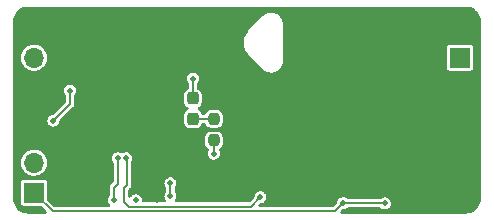
<source format=gbl>
G04 #@! TF.GenerationSoftware,KiCad,Pcbnew,6.0.9-8da3e8f707~116~ubuntu22.04.1*
G04 #@! TF.CreationDate,2022-11-27T05:06:29+05:30*
G04 #@! TF.ProjectId,meshy-tron,6d657368-792d-4747-926f-6e2e6b696361,rev?*
G04 #@! TF.SameCoordinates,Original*
G04 #@! TF.FileFunction,Copper,L2,Bot*
G04 #@! TF.FilePolarity,Positive*
%FSLAX46Y46*%
G04 Gerber Fmt 4.6, Leading zero omitted, Abs format (unit mm)*
G04 Created by KiCad (PCBNEW 6.0.9-8da3e8f707~116~ubuntu22.04.1) date 2022-11-27 05:06:29*
%MOMM*%
%LPD*%
G01*
G04 APERTURE LIST*
G04 Aperture macros list*
%AMRoundRect*
0 Rectangle with rounded corners*
0 $1 Rounding radius*
0 $2 $3 $4 $5 $6 $7 $8 $9 X,Y pos of 4 corners*
0 Add a 4 corners polygon primitive as box body*
4,1,4,$2,$3,$4,$5,$6,$7,$8,$9,$2,$3,0*
0 Add four circle primitives for the rounded corners*
1,1,$1+$1,$2,$3*
1,1,$1+$1,$4,$5*
1,1,$1+$1,$6,$7*
1,1,$1+$1,$8,$9*
0 Add four rect primitives between the rounded corners*
20,1,$1+$1,$2,$3,$4,$5,0*
20,1,$1+$1,$4,$5,$6,$7,0*
20,1,$1+$1,$6,$7,$8,$9,0*
20,1,$1+$1,$8,$9,$2,$3,0*%
G04 Aperture macros list end*
G04 #@! TA.AperFunction,ComponentPad*
%ADD10R,1.700000X1.700000*%
G04 #@! TD*
G04 #@! TA.AperFunction,ComponentPad*
%ADD11O,1.700000X1.700000*%
G04 #@! TD*
G04 #@! TA.AperFunction,SMDPad,CuDef*
%ADD12RoundRect,0.237500X0.237500X-0.250000X0.237500X0.250000X-0.237500X0.250000X-0.237500X-0.250000X0*%
G04 #@! TD*
G04 #@! TA.AperFunction,SMDPad,CuDef*
%ADD13RoundRect,0.237500X-0.237500X0.300000X-0.237500X-0.300000X0.237500X-0.300000X0.237500X0.300000X0*%
G04 #@! TD*
G04 #@! TA.AperFunction,ViaPad*
%ADD14C,0.500000*%
G04 #@! TD*
G04 #@! TA.AperFunction,Conductor*
%ADD15C,0.200000*%
G04 #@! TD*
G04 APERTURE END LIST*
D10*
X145034000Y-43180000D03*
X145034000Y-34290000D03*
X108966000Y-45720000D03*
D11*
X108966000Y-43180000D03*
X108966000Y-40640000D03*
X108966000Y-34295000D03*
D10*
X108966000Y-36835000D03*
D12*
X124206000Y-39473500D03*
X124206000Y-41298500D03*
D13*
X122428000Y-39470500D03*
X122428000Y-37745500D03*
D14*
X112014000Y-37084000D03*
X110617000Y-39624000D03*
X128143000Y-46101000D03*
X116775497Y-42799000D03*
X124206000Y-42418000D03*
X116075994Y-42799000D03*
X115720500Y-46355000D03*
X120523000Y-46015500D03*
X120523000Y-44916500D03*
X119380000Y-46355000D03*
X117602000Y-46355000D03*
X134874000Y-36576000D03*
X135128000Y-46609000D03*
X138684000Y-46632500D03*
X129794000Y-41148000D03*
X138684000Y-44831000D03*
X138938000Y-39116000D03*
X138430000Y-38608000D03*
X138430000Y-39624000D03*
X137287000Y-37084000D03*
X137287000Y-36322000D03*
X137287000Y-35306000D03*
X137287000Y-34544000D03*
X134874000Y-35052000D03*
X132207000Y-34671000D03*
X131064000Y-34671000D03*
X122428000Y-36068000D03*
X119761000Y-37846000D03*
X118999000Y-37846000D03*
X117602000Y-41021000D03*
X124587000Y-45466000D03*
X125095000Y-45974000D03*
X125095000Y-44958000D03*
X119507000Y-43434000D03*
X117687500Y-42799000D03*
X113919000Y-42926000D03*
X113919000Y-41021000D03*
X112014000Y-34544000D03*
X112014000Y-32512000D03*
X117348000Y-33020000D03*
X119888000Y-34290000D03*
X118872000Y-34290000D03*
D15*
X112014000Y-38227000D02*
X112014000Y-37084000D01*
X110617000Y-39624000D02*
X112014000Y-38227000D01*
X108966000Y-45720000D02*
X110551000Y-47305000D01*
X110551000Y-47305000D02*
X134432000Y-47305000D01*
X134432000Y-47305000D02*
X135128000Y-46609000D01*
X128143000Y-46101000D02*
X127339000Y-46905000D01*
X127339000Y-46905000D02*
X117009000Y-46905000D01*
X117009000Y-46905000D02*
X116586000Y-46482000D01*
X116840000Y-42863503D02*
X116775497Y-42799000D01*
X116586000Y-46482000D02*
X116586000Y-45339000D01*
X116586000Y-45339000D02*
X116840000Y-45085000D01*
X116840000Y-45085000D02*
X116840000Y-42863503D01*
X116075994Y-42799000D02*
X116075994Y-44960006D01*
X116075994Y-44960006D02*
X115720500Y-45315500D01*
X115720500Y-45315500D02*
X115720500Y-46355000D01*
X124206000Y-41298500D02*
X124206000Y-42418000D01*
X124206000Y-39473500D02*
X122431000Y-39473500D01*
X122431000Y-39473500D02*
X122428000Y-39470500D01*
X120523000Y-44916500D02*
X120523000Y-46015500D01*
X136271000Y-46609000D02*
X135128000Y-46609000D01*
X138684000Y-46632500D02*
X138660500Y-46609000D01*
X138660500Y-46609000D02*
X136271000Y-46609000D01*
X122428000Y-37745500D02*
X122428000Y-36068000D01*
G04 #@! TA.AperFunction,Conductor*
G36*
X145529103Y-29974921D02*
G01*
X145542000Y-29977486D01*
X145554169Y-29975066D01*
X145566581Y-29975066D01*
X145566581Y-29975916D01*
X145577331Y-29975281D01*
X145730710Y-29987352D01*
X145750236Y-29990445D01*
X145924661Y-30032321D01*
X145943455Y-30038427D01*
X146109184Y-30107074D01*
X146126795Y-30116048D01*
X146279742Y-30209775D01*
X146295730Y-30221390D01*
X146432132Y-30337888D01*
X146446110Y-30351866D01*
X146562610Y-30488270D01*
X146574225Y-30504258D01*
X146667952Y-30657205D01*
X146676926Y-30674816D01*
X146745571Y-30840540D01*
X146751679Y-30859339D01*
X146785743Y-31001224D01*
X146793555Y-31033763D01*
X146796648Y-31053290D01*
X146804442Y-31152318D01*
X146808719Y-31206667D01*
X146808084Y-31217419D01*
X146808934Y-31217419D01*
X146808934Y-31229831D01*
X146806514Y-31242000D01*
X146809079Y-31254894D01*
X146811500Y-31279476D01*
X146811500Y-46190524D01*
X146809079Y-46215103D01*
X146806514Y-46228000D01*
X146808934Y-46240169D01*
X146808934Y-46252581D01*
X146808084Y-46252581D01*
X146808719Y-46263331D01*
X146800147Y-46372244D01*
X146796648Y-46416709D01*
X146793555Y-46436236D01*
X146752612Y-46606780D01*
X146751681Y-46610656D01*
X146745573Y-46629455D01*
X146676926Y-46795184D01*
X146667952Y-46812795D01*
X146574225Y-46965742D01*
X146562610Y-46981730D01*
X146449174Y-47114547D01*
X146446112Y-47118132D01*
X146432134Y-47132110D01*
X146295730Y-47248610D01*
X146279742Y-47260225D01*
X146126795Y-47353952D01*
X146109184Y-47362926D01*
X145943455Y-47431573D01*
X145924661Y-47437679D01*
X145780173Y-47472368D01*
X145750237Y-47479555D01*
X145730710Y-47482648D01*
X145577331Y-47494719D01*
X145566581Y-47494084D01*
X145566581Y-47494934D01*
X145554169Y-47494934D01*
X145542000Y-47492514D01*
X145529103Y-47495079D01*
X145504524Y-47497500D01*
X135045029Y-47497500D01*
X134976908Y-47477498D01*
X134930415Y-47423842D01*
X134920311Y-47353568D01*
X134949805Y-47288988D01*
X134955934Y-47282405D01*
X135086908Y-47151431D01*
X135149220Y-47117405D01*
X135178312Y-47114547D01*
X135190998Y-47114780D01*
X135199662Y-47112418D01*
X135321763Y-47079130D01*
X135321765Y-47079129D01*
X135330422Y-47076769D01*
X135453572Y-47001154D01*
X135459595Y-46994500D01*
X135461938Y-46992555D01*
X135527127Y-46964432D01*
X135542422Y-46963500D01*
X138244433Y-46963500D01*
X138312554Y-46983502D01*
X138331391Y-47000073D01*
X138331809Y-46999605D01*
X138338496Y-47005584D01*
X138344276Y-47012460D01*
X138371914Y-47030857D01*
X138457101Y-47087563D01*
X138457103Y-47087564D01*
X138464574Y-47092537D01*
X138473138Y-47095213D01*
X138473141Y-47095214D01*
X138528208Y-47112418D01*
X138602510Y-47135632D01*
X138746998Y-47138280D01*
X138769622Y-47132112D01*
X138877763Y-47102630D01*
X138877765Y-47102629D01*
X138886422Y-47100269D01*
X139009572Y-47024654D01*
X139106551Y-46917514D01*
X139141925Y-46844501D01*
X139165645Y-46795543D01*
X139165645Y-46795542D01*
X139169560Y-46787462D01*
X139193536Y-46644953D01*
X139193688Y-46632500D01*
X139183347Y-46560296D01*
X139174474Y-46498335D01*
X139174473Y-46498333D01*
X139173201Y-46489448D01*
X139167470Y-46476842D01*
X139134166Y-46403594D01*
X139113388Y-46357895D01*
X139107530Y-46351096D01*
X139107527Y-46351092D01*
X139024916Y-46255218D01*
X139024913Y-46255216D01*
X139019056Y-46248418D01*
X138897790Y-46169817D01*
X138867573Y-46160780D01*
X138767938Y-46130982D01*
X138767936Y-46130982D01*
X138759337Y-46128410D01*
X138750363Y-46128355D01*
X138750361Y-46128355D01*
X138687082Y-46127969D01*
X138614827Y-46127528D01*
X138606196Y-46129995D01*
X138606194Y-46129995D01*
X138484509Y-46164772D01*
X138484505Y-46164774D01*
X138475879Y-46167239D01*
X138468288Y-46172028D01*
X138468287Y-46172029D01*
X138368385Y-46235062D01*
X138301150Y-46254500D01*
X135542265Y-46254500D01*
X135474144Y-46234498D01*
X135466112Y-46228465D01*
X135463056Y-46224918D01*
X135447918Y-46215106D01*
X135349324Y-46151200D01*
X135349322Y-46151199D01*
X135341790Y-46146317D01*
X135305929Y-46135592D01*
X135211938Y-46107482D01*
X135211936Y-46107482D01*
X135203337Y-46104910D01*
X135194363Y-46104855D01*
X135194361Y-46104855D01*
X135131082Y-46104469D01*
X135058827Y-46104028D01*
X135050196Y-46106495D01*
X135050194Y-46106495D01*
X134928509Y-46141272D01*
X134928505Y-46141274D01*
X134919879Y-46143739D01*
X134912292Y-46148526D01*
X134912290Y-46148527D01*
X134806769Y-46215106D01*
X134797661Y-46220853D01*
X134791718Y-46227582D01*
X134791717Y-46227583D01*
X134748405Y-46276625D01*
X134701999Y-46329170D01*
X134698185Y-46337293D01*
X134698184Y-46337295D01*
X134687590Y-46359860D01*
X134640583Y-46459982D01*
X134639203Y-46468846D01*
X134639202Y-46468849D01*
X134621996Y-46579359D01*
X134591752Y-46643592D01*
X134586591Y-46649070D01*
X134322066Y-46913595D01*
X134259754Y-46947621D01*
X134232971Y-46950500D01*
X128099029Y-46950500D01*
X128030908Y-46930498D01*
X127984415Y-46876842D01*
X127974311Y-46806568D01*
X128003805Y-46741988D01*
X128009934Y-46735405D01*
X128101908Y-46643431D01*
X128164220Y-46609405D01*
X128193312Y-46606547D01*
X128205998Y-46606780D01*
X128220696Y-46602773D01*
X128336763Y-46571130D01*
X128336765Y-46571129D01*
X128345422Y-46568769D01*
X128468572Y-46493154D01*
X128565551Y-46386014D01*
X128628560Y-46255962D01*
X128652536Y-46113453D01*
X128652688Y-46101000D01*
X128639754Y-46010684D01*
X128633474Y-45966835D01*
X128633473Y-45966833D01*
X128632201Y-45957948D01*
X128572388Y-45826395D01*
X128566530Y-45819596D01*
X128566527Y-45819592D01*
X128483916Y-45723718D01*
X128483913Y-45723716D01*
X128478056Y-45716918D01*
X128413627Y-45675157D01*
X128364324Y-45643200D01*
X128364322Y-45643199D01*
X128356790Y-45638317D01*
X128311503Y-45624773D01*
X128226938Y-45599482D01*
X128226936Y-45599482D01*
X128218337Y-45596910D01*
X128209363Y-45596855D01*
X128209361Y-45596855D01*
X128146082Y-45596469D01*
X128073827Y-45596028D01*
X128065196Y-45598495D01*
X128065194Y-45598495D01*
X127943509Y-45633272D01*
X127943505Y-45633274D01*
X127934879Y-45635739D01*
X127927292Y-45640526D01*
X127927290Y-45640527D01*
X127872405Y-45675157D01*
X127812661Y-45712853D01*
X127806718Y-45719582D01*
X127806717Y-45719583D01*
X127793903Y-45734092D01*
X127716999Y-45821170D01*
X127713185Y-45829293D01*
X127713184Y-45829295D01*
X127699539Y-45858359D01*
X127655583Y-45951982D01*
X127654203Y-45960846D01*
X127654202Y-45960849D01*
X127651576Y-45977718D01*
X127640482Y-46048972D01*
X127636996Y-46071359D01*
X127606752Y-46135592D01*
X127601591Y-46141070D01*
X127229066Y-46513595D01*
X127166754Y-46547621D01*
X127139971Y-46550500D01*
X121003275Y-46550500D01*
X120935154Y-46530498D01*
X120888661Y-46476842D01*
X120878557Y-46406568D01*
X120909861Y-46339944D01*
X120939523Y-46307174D01*
X120939524Y-46307172D01*
X120945551Y-46300514D01*
X120992828Y-46202933D01*
X121004645Y-46178543D01*
X121004645Y-46178542D01*
X121008560Y-46170462D01*
X121032536Y-46027953D01*
X121032688Y-46015500D01*
X121014678Y-45889745D01*
X121013474Y-45881335D01*
X121013473Y-45881333D01*
X121012201Y-45872448D01*
X120952388Y-45740895D01*
X120908047Y-45689435D01*
X120878733Y-45624773D01*
X120877500Y-45607187D01*
X120877500Y-45325252D01*
X120897502Y-45257131D01*
X120910085Y-45240696D01*
X120939526Y-45208170D01*
X120945551Y-45201514D01*
X121001683Y-45085656D01*
X121004645Y-45079543D01*
X121004645Y-45079542D01*
X121008560Y-45071462D01*
X121032536Y-44928953D01*
X121032688Y-44916500D01*
X121020171Y-44829099D01*
X121013474Y-44782335D01*
X121013473Y-44782333D01*
X121012201Y-44773448D01*
X121006259Y-44760378D01*
X120977366Y-44696832D01*
X120952388Y-44641895D01*
X120946530Y-44635096D01*
X120946527Y-44635092D01*
X120863916Y-44539218D01*
X120863913Y-44539216D01*
X120858056Y-44532418D01*
X120736790Y-44453817D01*
X120719921Y-44448772D01*
X120606938Y-44414982D01*
X120606936Y-44414982D01*
X120598337Y-44412410D01*
X120589363Y-44412355D01*
X120589361Y-44412355D01*
X120526082Y-44411969D01*
X120453827Y-44411528D01*
X120445196Y-44413995D01*
X120445194Y-44413995D01*
X120323509Y-44448772D01*
X120323505Y-44448774D01*
X120314879Y-44451239D01*
X120192661Y-44528353D01*
X120096999Y-44636670D01*
X120093185Y-44644793D01*
X120093184Y-44644795D01*
X120073596Y-44686516D01*
X120035583Y-44767482D01*
X120034203Y-44776346D01*
X120034202Y-44776349D01*
X120022560Y-44851123D01*
X120013350Y-44910273D01*
X120014514Y-44919175D01*
X120014514Y-44919178D01*
X120028821Y-45028582D01*
X120032088Y-45053565D01*
X120090289Y-45185839D01*
X120096063Y-45192708D01*
X120138951Y-45243729D01*
X120167472Y-45308745D01*
X120168500Y-45324805D01*
X120168500Y-45607036D01*
X120148498Y-45675157D01*
X120136941Y-45690444D01*
X120096999Y-45735670D01*
X120035583Y-45866482D01*
X120034203Y-45875346D01*
X120034202Y-45875349D01*
X120019958Y-45966835D01*
X120013350Y-46009273D01*
X120014514Y-46018175D01*
X120014514Y-46018178D01*
X120030585Y-46141070D01*
X120032088Y-46152565D01*
X120090289Y-46284839D01*
X120096063Y-46291708D01*
X120139535Y-46343424D01*
X120168056Y-46408440D01*
X120156900Y-46478555D01*
X120109608Y-46531507D01*
X120043084Y-46550500D01*
X118229709Y-46550500D01*
X118161588Y-46530498D01*
X118115095Y-46476842D01*
X118105455Y-46403596D01*
X118111536Y-46367453D01*
X118111688Y-46355000D01*
X118098560Y-46263333D01*
X118092474Y-46220835D01*
X118092473Y-46220833D01*
X118091201Y-46211948D01*
X118031388Y-46080395D01*
X118025530Y-46073596D01*
X118025527Y-46073592D01*
X117942916Y-45977718D01*
X117942913Y-45977716D01*
X117937056Y-45970918D01*
X117815790Y-45892317D01*
X117798921Y-45887272D01*
X117685938Y-45853482D01*
X117685936Y-45853482D01*
X117677337Y-45850910D01*
X117668363Y-45850855D01*
X117668361Y-45850855D01*
X117605082Y-45850469D01*
X117532827Y-45850028D01*
X117524196Y-45852495D01*
X117524194Y-45852495D01*
X117402509Y-45887272D01*
X117402505Y-45887274D01*
X117393879Y-45889739D01*
X117386292Y-45894526D01*
X117386290Y-45894527D01*
X117279254Y-45962062D01*
X117271661Y-45966853D01*
X117265718Y-45973582D01*
X117265717Y-45973583D01*
X117226332Y-46018178D01*
X117175999Y-46075170D01*
X117172185Y-46083294D01*
X117171811Y-46083863D01*
X117117693Y-46129817D01*
X117047321Y-46139217D01*
X116983039Y-46109079D01*
X116945255Y-46048972D01*
X116940500Y-46014685D01*
X116940500Y-45538029D01*
X116960502Y-45469908D01*
X116977405Y-45448934D01*
X117054423Y-45371916D01*
X117069909Y-45359408D01*
X117073134Y-45356474D01*
X117081882Y-45350825D01*
X117101003Y-45326570D01*
X117104559Y-45322569D01*
X117104459Y-45322484D01*
X117107812Y-45318527D01*
X117111494Y-45314845D01*
X117121882Y-45300309D01*
X117125401Y-45295622D01*
X117154946Y-45258143D01*
X117157779Y-45250075D01*
X117162753Y-45243115D01*
X117176420Y-45197414D01*
X117178256Y-45191765D01*
X117191424Y-45154269D01*
X117194050Y-45146792D01*
X117194500Y-45141596D01*
X117194500Y-45138891D01*
X117194597Y-45136635D01*
X117194740Y-45136159D01*
X117194786Y-45136161D01*
X117194799Y-45135962D01*
X117196568Y-45130045D01*
X117194597Y-45079876D01*
X117194500Y-45074930D01*
X117194500Y-43120252D01*
X117207106Y-43065318D01*
X117261057Y-42953962D01*
X117285033Y-42811453D01*
X117285185Y-42799000D01*
X117272392Y-42709670D01*
X117265971Y-42664835D01*
X117265970Y-42664833D01*
X117264698Y-42655948D01*
X117204885Y-42524395D01*
X117199027Y-42517596D01*
X117199024Y-42517592D01*
X117116413Y-42421718D01*
X117116410Y-42421716D01*
X117110553Y-42414918D01*
X116989287Y-42336317D01*
X116972418Y-42331272D01*
X116859435Y-42297482D01*
X116859433Y-42297482D01*
X116850834Y-42294910D01*
X116841860Y-42294855D01*
X116841858Y-42294855D01*
X116778579Y-42294469D01*
X116706324Y-42294028D01*
X116697693Y-42296495D01*
X116697691Y-42296495D01*
X116576006Y-42331272D01*
X116576002Y-42331274D01*
X116567376Y-42333739D01*
X116559785Y-42338528D01*
X116559784Y-42338529D01*
X116492844Y-42380764D01*
X116424559Y-42400198D01*
X116357077Y-42379934D01*
X116297318Y-42341200D01*
X116297316Y-42341199D01*
X116289784Y-42336317D01*
X116272915Y-42331272D01*
X116159932Y-42297482D01*
X116159930Y-42297482D01*
X116151331Y-42294910D01*
X116142357Y-42294855D01*
X116142355Y-42294855D01*
X116079076Y-42294469D01*
X116006821Y-42294028D01*
X115998190Y-42296495D01*
X115998188Y-42296495D01*
X115876503Y-42331272D01*
X115876499Y-42331274D01*
X115867873Y-42333739D01*
X115860286Y-42338526D01*
X115860284Y-42338527D01*
X115793343Y-42380764D01*
X115745655Y-42410853D01*
X115649993Y-42519170D01*
X115588577Y-42649982D01*
X115587197Y-42658846D01*
X115587196Y-42658849D01*
X115567946Y-42782487D01*
X115566344Y-42792773D01*
X115567508Y-42801675D01*
X115567508Y-42801678D01*
X115583918Y-42927164D01*
X115585082Y-42936065D01*
X115643283Y-43068339D01*
X115649057Y-43075208D01*
X115691945Y-43126229D01*
X115720466Y-43191245D01*
X115721494Y-43207305D01*
X115721494Y-44760978D01*
X115701492Y-44829099D01*
X115684589Y-44850073D01*
X115506080Y-45028582D01*
X115490598Y-45041087D01*
X115487371Y-45044023D01*
X115478618Y-45049675D01*
X115459491Y-45073938D01*
X115455941Y-45077933D01*
X115456040Y-45078017D01*
X115452682Y-45081980D01*
X115449006Y-45085656D01*
X115445983Y-45089885D01*
X115445983Y-45089886D01*
X115438646Y-45100152D01*
X115435085Y-45104895D01*
X115412003Y-45134175D01*
X115412001Y-45134179D01*
X115405554Y-45142357D01*
X115402721Y-45150425D01*
X115397747Y-45157385D01*
X115394763Y-45167363D01*
X115384080Y-45203086D01*
X115382244Y-45208735D01*
X115366450Y-45253708D01*
X115366000Y-45258904D01*
X115366000Y-45261609D01*
X115365903Y-45263865D01*
X115365760Y-45264341D01*
X115365714Y-45264339D01*
X115365701Y-45264538D01*
X115363932Y-45270455D01*
X115365011Y-45297918D01*
X115365903Y-45320624D01*
X115366000Y-45325570D01*
X115366000Y-45946536D01*
X115345998Y-46014657D01*
X115334441Y-46029944D01*
X115294499Y-46075170D01*
X115233083Y-46205982D01*
X115231703Y-46214846D01*
X115231702Y-46214849D01*
X115214838Y-46323162D01*
X115210850Y-46348773D01*
X115212014Y-46357675D01*
X115212014Y-46357678D01*
X115228424Y-46483164D01*
X115229588Y-46492065D01*
X115287789Y-46624339D01*
X115379717Y-46733700D01*
X115380776Y-46734960D01*
X115380594Y-46735113D01*
X115415225Y-46790882D01*
X115414123Y-46861870D01*
X115374817Y-46920994D01*
X115309786Y-46949481D01*
X115293792Y-46950500D01*
X110750028Y-46950500D01*
X110681907Y-46930498D01*
X110660933Y-46913595D01*
X110107405Y-46360067D01*
X110073379Y-46297755D01*
X110070500Y-46270972D01*
X110070499Y-44851123D01*
X110070499Y-44844934D01*
X110055734Y-44770699D01*
X109999484Y-44686516D01*
X109915301Y-44630266D01*
X109841067Y-44615500D01*
X108966142Y-44615500D01*
X108090934Y-44615501D01*
X108055182Y-44622612D01*
X108028874Y-44627844D01*
X108028872Y-44627845D01*
X108016699Y-44630266D01*
X108006379Y-44637161D01*
X108006378Y-44637162D01*
X107999295Y-44641895D01*
X107932516Y-44686516D01*
X107876266Y-44770699D01*
X107861500Y-44844933D01*
X107861501Y-46595066D01*
X107867323Y-46624339D01*
X107872377Y-46649747D01*
X107876266Y-46669301D01*
X107883161Y-46679621D01*
X107883162Y-46679622D01*
X107920241Y-46735113D01*
X107932516Y-46753484D01*
X108016699Y-46809734D01*
X108090933Y-46824500D01*
X108247601Y-46824500D01*
X109516970Y-46824499D01*
X109585091Y-46844501D01*
X109606065Y-46861404D01*
X110027066Y-47282405D01*
X110061092Y-47344717D01*
X110056027Y-47415532D01*
X110013480Y-47472368D01*
X109946960Y-47497179D01*
X109937971Y-47497500D01*
X108495476Y-47497500D01*
X108470897Y-47495079D01*
X108458000Y-47492514D01*
X108445831Y-47494934D01*
X108433419Y-47494934D01*
X108433419Y-47494084D01*
X108422669Y-47494719D01*
X108269290Y-47482648D01*
X108249763Y-47479555D01*
X108219827Y-47472368D01*
X108075339Y-47437679D01*
X108056545Y-47431573D01*
X107890816Y-47362926D01*
X107873205Y-47353952D01*
X107720258Y-47260225D01*
X107704270Y-47248610D01*
X107567866Y-47132110D01*
X107553888Y-47118132D01*
X107550826Y-47114547D01*
X107437390Y-46981730D01*
X107425775Y-46965742D01*
X107332048Y-46812795D01*
X107323074Y-46795184D01*
X107254427Y-46629455D01*
X107248319Y-46610656D01*
X107247389Y-46606780D01*
X107206445Y-46436236D01*
X107203352Y-46416709D01*
X107199853Y-46372244D01*
X107191281Y-46263331D01*
X107191916Y-46252581D01*
X107191066Y-46252581D01*
X107191066Y-46240169D01*
X107193486Y-46228000D01*
X107190921Y-46215103D01*
X107188500Y-46190524D01*
X107188500Y-43150964D01*
X107857148Y-43150964D01*
X107870424Y-43353522D01*
X107871845Y-43359118D01*
X107871846Y-43359123D01*
X107892119Y-43438945D01*
X107920392Y-43550269D01*
X107922809Y-43555512D01*
X107960010Y-43636208D01*
X108005377Y-43734616D01*
X108122533Y-43900389D01*
X108267938Y-44042035D01*
X108436720Y-44154812D01*
X108442023Y-44157090D01*
X108442026Y-44157092D01*
X108530707Y-44195192D01*
X108623228Y-44234942D01*
X108696244Y-44251464D01*
X108815579Y-44278467D01*
X108815584Y-44278468D01*
X108821216Y-44279742D01*
X108826987Y-44279969D01*
X108826989Y-44279969D01*
X108886756Y-44282317D01*
X109024053Y-44287712D01*
X109124499Y-44273148D01*
X109219231Y-44259413D01*
X109219236Y-44259412D01*
X109224945Y-44258584D01*
X109230409Y-44256729D01*
X109230414Y-44256728D01*
X109411693Y-44195192D01*
X109411698Y-44195190D01*
X109417165Y-44193334D01*
X109594276Y-44094147D01*
X109656934Y-44042035D01*
X109745913Y-43968031D01*
X109750345Y-43964345D01*
X109880147Y-43808276D01*
X109979334Y-43631165D01*
X109981190Y-43625698D01*
X109981192Y-43625693D01*
X110042728Y-43444414D01*
X110042729Y-43444409D01*
X110044584Y-43438945D01*
X110045412Y-43433236D01*
X110045413Y-43433231D01*
X110073179Y-43241727D01*
X110073712Y-43238053D01*
X110075232Y-43180000D01*
X110056658Y-42977859D01*
X110052196Y-42962037D01*
X110003125Y-42788046D01*
X110003124Y-42788044D01*
X110001557Y-42782487D01*
X109990978Y-42761033D01*
X109914331Y-42605609D01*
X109911776Y-42600428D01*
X109790320Y-42437779D01*
X109641258Y-42299987D01*
X109636375Y-42296906D01*
X109636371Y-42296903D01*
X109474464Y-42194748D01*
X109469581Y-42191667D01*
X109281039Y-42116446D01*
X109275379Y-42115320D01*
X109275375Y-42115319D01*
X109087613Y-42077971D01*
X109087610Y-42077971D01*
X109081946Y-42076844D01*
X109076171Y-42076768D01*
X109076167Y-42076768D01*
X108974793Y-42075441D01*
X108878971Y-42074187D01*
X108873274Y-42075166D01*
X108873273Y-42075166D01*
X108732206Y-42099406D01*
X108678910Y-42108564D01*
X108488463Y-42178824D01*
X108314010Y-42282612D01*
X108309670Y-42286418D01*
X108309666Y-42286421D01*
X108179929Y-42400198D01*
X108161392Y-42416455D01*
X108035720Y-42575869D01*
X108033031Y-42580980D01*
X108033029Y-42580983D01*
X108020073Y-42605609D01*
X107941203Y-42755515D01*
X107881007Y-42949378D01*
X107857148Y-43150964D01*
X107188500Y-43150964D01*
X107188500Y-41595070D01*
X123476500Y-41595070D01*
X123483036Y-41655236D01*
X123532507Y-41787199D01*
X123617026Y-41899974D01*
X123624206Y-41905355D01*
X123722616Y-41979109D01*
X123722618Y-41979110D01*
X123724744Y-41980703D01*
X123729801Y-41984493D01*
X123729254Y-41985223D01*
X123773944Y-42030015D01*
X123788958Y-42099406D01*
X123777344Y-42143825D01*
X123718583Y-42268982D01*
X123717203Y-42277846D01*
X123717202Y-42277849D01*
X123707755Y-42338527D01*
X123696350Y-42411773D01*
X123697514Y-42420675D01*
X123697514Y-42420678D01*
X123712146Y-42532569D01*
X123715088Y-42555065D01*
X123773289Y-42687339D01*
X123779063Y-42694208D01*
X123853270Y-42782487D01*
X123866276Y-42797960D01*
X123873747Y-42802933D01*
X123873748Y-42802934D01*
X123979101Y-42873063D01*
X123979103Y-42873064D01*
X123986574Y-42878037D01*
X123995138Y-42880713D01*
X123995141Y-42880714D01*
X124055542Y-42899585D01*
X124124510Y-42921132D01*
X124268998Y-42923780D01*
X124288530Y-42918455D01*
X124399763Y-42888130D01*
X124399765Y-42888129D01*
X124408422Y-42885769D01*
X124531572Y-42810154D01*
X124628551Y-42703014D01*
X124691560Y-42572962D01*
X124715536Y-42430453D01*
X124715688Y-42418000D01*
X124698052Y-42294855D01*
X124696474Y-42283835D01*
X124696473Y-42283833D01*
X124695201Y-42274948D01*
X124635388Y-42143395D01*
X124638501Y-42141980D01*
X124623273Y-42089686D01*
X124643428Y-42021610D01*
X124682668Y-41985118D01*
X124682199Y-41984493D01*
X124688077Y-41980088D01*
X124688078Y-41980087D01*
X124794974Y-41899974D01*
X124879493Y-41787199D01*
X124928964Y-41655236D01*
X124935500Y-41595070D01*
X124935500Y-41001930D01*
X124928964Y-40941764D01*
X124879493Y-40809801D01*
X124794974Y-40697026D01*
X124682199Y-40612507D01*
X124673798Y-40609357D01*
X124673795Y-40609356D01*
X124595387Y-40579963D01*
X124550236Y-40563036D01*
X124490070Y-40556500D01*
X123921930Y-40556500D01*
X123861764Y-40563036D01*
X123816613Y-40579963D01*
X123738205Y-40609356D01*
X123738202Y-40609357D01*
X123729801Y-40612507D01*
X123617026Y-40697026D01*
X123532507Y-40809801D01*
X123483036Y-40941764D01*
X123476500Y-41001930D01*
X123476500Y-41595070D01*
X107188500Y-41595070D01*
X107188500Y-39617773D01*
X110107350Y-39617773D01*
X110108514Y-39626675D01*
X110108514Y-39626678D01*
X110111739Y-39651338D01*
X110126088Y-39761065D01*
X110184289Y-39893339D01*
X110277276Y-40003960D01*
X110284747Y-40008933D01*
X110284748Y-40008934D01*
X110390101Y-40079063D01*
X110390103Y-40079064D01*
X110397574Y-40084037D01*
X110406138Y-40086713D01*
X110406141Y-40086714D01*
X110466542Y-40105584D01*
X110535510Y-40127132D01*
X110679998Y-40129780D01*
X110699530Y-40124455D01*
X110810763Y-40094130D01*
X110810765Y-40094129D01*
X110819422Y-40091769D01*
X110942572Y-40016154D01*
X111039551Y-39909014D01*
X111084097Y-39817070D01*
X121698500Y-39817070D01*
X121705036Y-39877236D01*
X121716949Y-39909014D01*
X121751356Y-40000793D01*
X121754507Y-40009199D01*
X121839026Y-40121974D01*
X121951801Y-40206493D01*
X121960202Y-40209643D01*
X121960205Y-40209644D01*
X122038613Y-40239037D01*
X122083764Y-40255964D01*
X122143930Y-40262500D01*
X122712070Y-40262500D01*
X122772236Y-40255964D01*
X122817387Y-40239037D01*
X122895795Y-40209644D01*
X122895798Y-40209643D01*
X122904199Y-40206493D01*
X123016974Y-40121974D01*
X123101493Y-40009199D01*
X123104644Y-40000795D01*
X123104645Y-40000793D01*
X123138767Y-39909771D01*
X123181408Y-39853006D01*
X123247970Y-39828306D01*
X123256749Y-39828000D01*
X123394870Y-39828000D01*
X123462991Y-39848002D01*
X123509484Y-39901658D01*
X123512852Y-39909770D01*
X123512853Y-39909771D01*
X123532507Y-39962199D01*
X123617026Y-40074974D01*
X123729801Y-40159493D01*
X123738202Y-40162643D01*
X123738205Y-40162644D01*
X123816613Y-40192037D01*
X123861764Y-40208964D01*
X123921930Y-40215500D01*
X124490070Y-40215500D01*
X124550236Y-40208964D01*
X124595387Y-40192037D01*
X124673795Y-40162644D01*
X124673798Y-40162643D01*
X124682199Y-40159493D01*
X124794974Y-40074974D01*
X124879493Y-39962199D01*
X124899148Y-39909771D01*
X124926190Y-39837635D01*
X124928964Y-39830236D01*
X124935500Y-39770070D01*
X124935500Y-39176930D01*
X124928964Y-39116764D01*
X124879493Y-38984801D01*
X124794974Y-38872026D01*
X124682199Y-38787507D01*
X124673798Y-38784357D01*
X124673795Y-38784356D01*
X124595387Y-38754963D01*
X124550236Y-38738036D01*
X124490070Y-38731500D01*
X123921930Y-38731500D01*
X123861764Y-38738036D01*
X123816613Y-38754963D01*
X123738205Y-38784356D01*
X123738202Y-38784357D01*
X123729801Y-38787507D01*
X123617026Y-38872026D01*
X123532507Y-38984801D01*
X123529357Y-38993202D01*
X123529356Y-38993205D01*
X123512852Y-39037230D01*
X123470210Y-39093994D01*
X123403648Y-39118694D01*
X123394870Y-39119000D01*
X123258999Y-39119000D01*
X123190878Y-39098998D01*
X123144385Y-39045342D01*
X123141017Y-39037230D01*
X123104644Y-38940205D01*
X123104643Y-38940202D01*
X123101493Y-38931801D01*
X123016974Y-38819026D01*
X122904199Y-38734507D01*
X122895798Y-38731357D01*
X122895795Y-38731356D01*
X122881459Y-38725982D01*
X122824694Y-38683340D01*
X122799995Y-38616778D01*
X122815203Y-38547429D01*
X122865489Y-38497311D01*
X122881459Y-38490018D01*
X122895795Y-38484644D01*
X122895798Y-38484643D01*
X122904199Y-38481493D01*
X123016974Y-38396974D01*
X123101493Y-38284199D01*
X123106050Y-38272045D01*
X123148190Y-38159635D01*
X123150964Y-38152236D01*
X123157500Y-38092070D01*
X123157500Y-37398930D01*
X123150964Y-37338764D01*
X123113550Y-37238962D01*
X123104644Y-37215205D01*
X123104643Y-37215202D01*
X123101493Y-37206801D01*
X123016974Y-37094026D01*
X122904199Y-37009507D01*
X122895798Y-37006358D01*
X122895795Y-37006356D01*
X122864270Y-36994538D01*
X122807505Y-36951896D01*
X122782806Y-36885334D01*
X122782500Y-36876556D01*
X122782500Y-36476752D01*
X122802502Y-36408631D01*
X122815085Y-36392196D01*
X122844526Y-36359670D01*
X122850551Y-36353014D01*
X122913560Y-36222962D01*
X122937536Y-36080453D01*
X122937688Y-36068000D01*
X122917201Y-35924948D01*
X122857388Y-35793395D01*
X122851530Y-35786596D01*
X122851527Y-35786592D01*
X122768916Y-35690718D01*
X122768913Y-35690716D01*
X122763056Y-35683918D01*
X122641790Y-35605317D01*
X122624921Y-35600272D01*
X122511938Y-35566482D01*
X122511936Y-35566482D01*
X122503337Y-35563910D01*
X122494363Y-35563855D01*
X122494361Y-35563855D01*
X122431082Y-35563469D01*
X122358827Y-35563028D01*
X122350196Y-35565495D01*
X122350194Y-35565495D01*
X122228509Y-35600272D01*
X122228505Y-35600274D01*
X122219879Y-35602739D01*
X122097661Y-35679853D01*
X122001999Y-35788170D01*
X121940583Y-35918982D01*
X121918350Y-36061773D01*
X121919514Y-36070675D01*
X121919514Y-36070678D01*
X121935924Y-36196164D01*
X121937088Y-36205065D01*
X121995289Y-36337339D01*
X122001063Y-36344208D01*
X122043951Y-36395229D01*
X122072472Y-36460245D01*
X122073500Y-36476305D01*
X122073500Y-36876556D01*
X122053498Y-36944677D01*
X121999842Y-36991170D01*
X121991730Y-36994538D01*
X121960205Y-37006356D01*
X121960202Y-37006358D01*
X121951801Y-37009507D01*
X121839026Y-37094026D01*
X121754507Y-37206801D01*
X121751357Y-37215202D01*
X121751356Y-37215205D01*
X121742450Y-37238962D01*
X121705036Y-37338764D01*
X121698500Y-37398930D01*
X121698500Y-38092070D01*
X121705036Y-38152236D01*
X121707810Y-38159635D01*
X121749951Y-38272045D01*
X121754507Y-38284199D01*
X121839026Y-38396974D01*
X121951801Y-38481493D01*
X121960202Y-38484643D01*
X121960205Y-38484644D01*
X121974541Y-38490018D01*
X122031306Y-38532660D01*
X122056005Y-38599222D01*
X122040797Y-38668571D01*
X121990511Y-38718689D01*
X121974541Y-38725982D01*
X121960205Y-38731356D01*
X121960202Y-38731357D01*
X121951801Y-38734507D01*
X121839026Y-38819026D01*
X121754507Y-38931801D01*
X121751357Y-38940202D01*
X121751356Y-38940205D01*
X121721963Y-39018613D01*
X121705036Y-39063764D01*
X121700082Y-39109365D01*
X121698985Y-39119470D01*
X121698500Y-39123930D01*
X121698500Y-39817070D01*
X111084097Y-39817070D01*
X111102560Y-39778962D01*
X111124032Y-39651338D01*
X111159191Y-39583148D01*
X112228423Y-38513916D01*
X112243909Y-38501408D01*
X112247134Y-38498474D01*
X112255882Y-38492825D01*
X112275003Y-38468570D01*
X112278559Y-38464569D01*
X112278459Y-38464484D01*
X112281812Y-38460527D01*
X112285494Y-38456845D01*
X112295882Y-38442309D01*
X112299401Y-38437622D01*
X112328946Y-38400143D01*
X112331779Y-38392075D01*
X112336753Y-38385115D01*
X112350420Y-38339414D01*
X112352256Y-38333765D01*
X112365424Y-38296269D01*
X112368050Y-38288792D01*
X112368500Y-38283596D01*
X112368500Y-38280891D01*
X112368597Y-38278635D01*
X112368740Y-38278159D01*
X112368786Y-38278161D01*
X112368799Y-38277962D01*
X112370568Y-38272045D01*
X112368597Y-38221876D01*
X112368500Y-38216930D01*
X112368500Y-37492752D01*
X112388502Y-37424631D01*
X112401085Y-37408196D01*
X112430526Y-37375670D01*
X112436551Y-37369014D01*
X112499560Y-37238962D01*
X112523536Y-37096453D01*
X112523688Y-37084000D01*
X112510876Y-36994538D01*
X112504474Y-36949835D01*
X112504473Y-36949833D01*
X112503201Y-36940948D01*
X112443388Y-36809395D01*
X112437530Y-36802596D01*
X112437527Y-36802592D01*
X112354916Y-36706718D01*
X112354913Y-36706716D01*
X112349056Y-36699918D01*
X112227790Y-36621317D01*
X112210921Y-36616272D01*
X112097938Y-36582482D01*
X112097936Y-36582482D01*
X112089337Y-36579910D01*
X112080363Y-36579855D01*
X112080361Y-36579855D01*
X112017082Y-36579469D01*
X111944827Y-36579028D01*
X111936196Y-36581495D01*
X111936194Y-36581495D01*
X111814509Y-36616272D01*
X111814505Y-36616274D01*
X111805879Y-36618739D01*
X111683661Y-36695853D01*
X111587999Y-36804170D01*
X111526583Y-36934982D01*
X111525203Y-36943846D01*
X111525202Y-36943849D01*
X111515470Y-37006356D01*
X111504350Y-37077773D01*
X111505514Y-37086675D01*
X111505514Y-37086678D01*
X111521223Y-37206801D01*
X111523088Y-37221065D01*
X111581289Y-37353339D01*
X111619613Y-37398930D01*
X111629951Y-37411229D01*
X111658472Y-37476245D01*
X111659500Y-37492305D01*
X111659500Y-38027971D01*
X111639498Y-38096092D01*
X111622595Y-38117066D01*
X110657416Y-39082245D01*
X110595104Y-39116271D01*
X110567554Y-39119148D01*
X110559558Y-39119100D01*
X110547827Y-39119028D01*
X110539195Y-39121495D01*
X110417509Y-39156272D01*
X110417505Y-39156274D01*
X110408879Y-39158739D01*
X110286661Y-39235853D01*
X110190999Y-39344170D01*
X110129583Y-39474982D01*
X110107350Y-39617773D01*
X107188500Y-39617773D01*
X107188500Y-34265964D01*
X107857148Y-34265964D01*
X107870424Y-34468522D01*
X107871845Y-34474118D01*
X107871846Y-34474123D01*
X107892107Y-34553899D01*
X107920392Y-34665269D01*
X107922809Y-34670512D01*
X107960010Y-34751208D01*
X108005377Y-34849616D01*
X108122533Y-35015389D01*
X108126675Y-35019424D01*
X108154484Y-35046514D01*
X108267938Y-35157035D01*
X108436720Y-35269812D01*
X108442023Y-35272090D01*
X108442026Y-35272092D01*
X108574060Y-35328818D01*
X108623228Y-35349942D01*
X108692864Y-35365699D01*
X108815579Y-35393467D01*
X108815584Y-35393468D01*
X108821216Y-35394742D01*
X108826987Y-35394969D01*
X108826989Y-35394969D01*
X108886756Y-35397317D01*
X109024053Y-35402712D01*
X109124499Y-35388148D01*
X109219231Y-35374413D01*
X109219236Y-35374412D01*
X109224945Y-35373584D01*
X109230409Y-35371729D01*
X109230414Y-35371728D01*
X109411693Y-35310192D01*
X109411698Y-35310190D01*
X109417165Y-35308334D01*
X109594276Y-35209147D01*
X109605407Y-35199890D01*
X109745913Y-35083031D01*
X109750345Y-35079345D01*
X109880147Y-34923276D01*
X109979334Y-34746165D01*
X109981190Y-34740698D01*
X109981192Y-34740693D01*
X110042728Y-34559414D01*
X110042729Y-34559409D01*
X110044584Y-34553945D01*
X110045412Y-34548236D01*
X110045413Y-34548231D01*
X110073179Y-34356727D01*
X110073712Y-34353053D01*
X110075232Y-34295000D01*
X110056658Y-34092859D01*
X110055090Y-34087299D01*
X110003125Y-33903046D01*
X110003124Y-33903044D01*
X110001557Y-33897487D01*
X109990978Y-33876033D01*
X109914331Y-33720609D01*
X109911776Y-33715428D01*
X109901385Y-33701512D01*
X109842275Y-33622355D01*
X109790320Y-33552779D01*
X109641258Y-33414987D01*
X109636375Y-33411906D01*
X109636371Y-33411903D01*
X109474464Y-33309748D01*
X109469581Y-33306667D01*
X109310450Y-33243180D01*
X126771329Y-33243180D01*
X126773750Y-33255352D01*
X126773750Y-33257134D01*
X126774972Y-33265972D01*
X126778417Y-33309748D01*
X126785730Y-33402688D01*
X126788670Y-33414933D01*
X126815126Y-33525138D01*
X126823079Y-33558269D01*
X126824971Y-33562837D01*
X126824972Y-33562840D01*
X126876123Y-33686332D01*
X126884307Y-33706091D01*
X126967907Y-33842515D01*
X126971116Y-33846273D01*
X126971118Y-33846275D01*
X127057008Y-33946840D01*
X127062348Y-33953894D01*
X127063624Y-33955170D01*
X127070516Y-33965484D01*
X127080830Y-33972376D01*
X127084385Y-33975931D01*
X127098795Y-33988053D01*
X128286272Y-35234587D01*
X128299806Y-35251492D01*
X128302804Y-35255979D01*
X128302808Y-35255983D01*
X128309701Y-35266299D01*
X128320020Y-35273194D01*
X128321299Y-35274473D01*
X128328344Y-35279806D01*
X128428910Y-35365699D01*
X128428914Y-35365702D01*
X128432669Y-35368909D01*
X128569092Y-35452509D01*
X128573662Y-35454402D01*
X128573666Y-35454404D01*
X128712344Y-35511846D01*
X128712350Y-35511848D01*
X128716913Y-35513738D01*
X128721713Y-35514890D01*
X128721718Y-35514892D01*
X128867685Y-35549936D01*
X128867689Y-35549937D01*
X128872493Y-35551090D01*
X128877423Y-35551478D01*
X129009265Y-35561854D01*
X129018022Y-35563065D01*
X129019828Y-35563065D01*
X129032000Y-35565486D01*
X129041899Y-35563517D01*
X129047065Y-35563065D01*
X129047718Y-35563065D01*
X129048747Y-35562918D01*
X129083331Y-35559892D01*
X129209188Y-35548881D01*
X129214501Y-35547457D01*
X129214503Y-35547457D01*
X129336036Y-35514892D01*
X129380992Y-35502846D01*
X129385977Y-35500521D01*
X129385981Y-35500520D01*
X129537208Y-35430002D01*
X129542192Y-35427678D01*
X129630707Y-35365699D01*
X129683379Y-35328818D01*
X129683382Y-35328816D01*
X129687890Y-35325659D01*
X129813659Y-35199890D01*
X129833794Y-35171135D01*
X129895485Y-35083031D01*
X129915678Y-35054192D01*
X129974653Y-34927718D01*
X129988520Y-34897981D01*
X129988521Y-34897977D01*
X129990846Y-34892992D01*
X130028837Y-34751208D01*
X130035457Y-34726503D01*
X130035457Y-34726501D01*
X130036881Y-34721188D01*
X130050918Y-34560747D01*
X130051065Y-34559718D01*
X130051065Y-34559065D01*
X130051517Y-34553899D01*
X130053486Y-34544000D01*
X130050921Y-34531103D01*
X130048500Y-34506524D01*
X130048500Y-33414933D01*
X143929500Y-33414933D01*
X143929501Y-35165066D01*
X143935530Y-35195379D01*
X143938269Y-35209147D01*
X143944266Y-35239301D01*
X143951161Y-35249620D01*
X143951162Y-35249622D01*
X143971331Y-35279806D01*
X144000516Y-35323484D01*
X144084699Y-35379734D01*
X144158933Y-35394500D01*
X145033858Y-35394500D01*
X145909066Y-35394499D01*
X145944818Y-35387388D01*
X145971126Y-35382156D01*
X145971128Y-35382155D01*
X145983301Y-35379734D01*
X145993621Y-35372839D01*
X145993622Y-35372838D01*
X146057168Y-35330377D01*
X146067484Y-35323484D01*
X146123734Y-35239301D01*
X146138500Y-35165067D01*
X146138499Y-33414934D01*
X146123734Y-33340699D01*
X146099565Y-33304527D01*
X146074377Y-33266832D01*
X146067484Y-33256516D01*
X145983301Y-33200266D01*
X145909067Y-33185500D01*
X145034142Y-33185500D01*
X144158934Y-33185501D01*
X144127425Y-33191768D01*
X144096874Y-33197844D01*
X144096872Y-33197845D01*
X144084699Y-33200266D01*
X144074379Y-33207161D01*
X144074378Y-33207162D01*
X144013985Y-33247516D01*
X144000516Y-33256516D01*
X143944266Y-33340699D01*
X143929500Y-33414933D01*
X130048500Y-33414933D01*
X130048500Y-31533476D01*
X130050921Y-31508894D01*
X130051065Y-31508170D01*
X130053486Y-31496000D01*
X130051517Y-31486101D01*
X130051065Y-31480935D01*
X130051065Y-31480282D01*
X130050918Y-31479253D01*
X130037360Y-31324292D01*
X130036881Y-31318812D01*
X130006832Y-31206667D01*
X129992269Y-31152318D01*
X129992268Y-31152316D01*
X129990846Y-31147008D01*
X129942536Y-31043406D01*
X129918001Y-30990790D01*
X129917999Y-30990787D01*
X129915678Y-30985809D01*
X129813659Y-30840110D01*
X129687890Y-30714341D01*
X129683382Y-30711184D01*
X129683379Y-30711182D01*
X129546696Y-30615476D01*
X129542192Y-30612322D01*
X129494489Y-30590078D01*
X129385981Y-30539480D01*
X129385977Y-30539479D01*
X129380992Y-30537154D01*
X129226684Y-30495807D01*
X129214503Y-30492543D01*
X129214501Y-30492543D01*
X129209188Y-30491119D01*
X129083331Y-30480108D01*
X129048747Y-30477082D01*
X129047718Y-30476935D01*
X129047065Y-30476935D01*
X129041899Y-30476483D01*
X129032000Y-30474514D01*
X129019828Y-30476935D01*
X129018022Y-30476935D01*
X129009261Y-30478147D01*
X128902556Y-30486545D01*
X128872493Y-30488911D01*
X128808569Y-30504258D01*
X128721718Y-30525109D01*
X128721713Y-30525111D01*
X128716913Y-30526263D01*
X128712350Y-30528153D01*
X128712344Y-30528155D01*
X128573666Y-30585597D01*
X128573662Y-30585599D01*
X128569092Y-30587492D01*
X128432669Y-30671092D01*
X128328341Y-30760197D01*
X128321291Y-30765533D01*
X128320015Y-30766809D01*
X128309701Y-30773701D01*
X128302810Y-30784014D01*
X128302807Y-30784017D01*
X128299806Y-30788508D01*
X128286272Y-30805413D01*
X127098795Y-32051947D01*
X127084385Y-32064069D01*
X127080830Y-32067624D01*
X127070516Y-32074516D01*
X127063623Y-32084831D01*
X127062327Y-32086127D01*
X127057044Y-32093106D01*
X126971118Y-32193713D01*
X126971112Y-32193722D01*
X126967901Y-32197481D01*
X126884301Y-32333906D01*
X126882406Y-32338481D01*
X126882404Y-32338485D01*
X126835803Y-32450993D01*
X126823072Y-32481729D01*
X126785723Y-32637311D01*
X126774961Y-32774085D01*
X126773749Y-32782847D01*
X126773749Y-32784651D01*
X126771329Y-32796820D01*
X126773750Y-32808990D01*
X126773894Y-32809715D01*
X126776315Y-32834298D01*
X126776315Y-33205702D01*
X126773894Y-33230285D01*
X126771329Y-33243180D01*
X109310450Y-33243180D01*
X109281039Y-33231446D01*
X109275379Y-33230320D01*
X109275375Y-33230319D01*
X109087613Y-33192971D01*
X109087610Y-33192971D01*
X109081946Y-33191844D01*
X109076171Y-33191768D01*
X109076167Y-33191768D01*
X108974793Y-33190441D01*
X108878971Y-33189187D01*
X108873274Y-33190166D01*
X108873273Y-33190166D01*
X108814495Y-33200266D01*
X108678910Y-33223564D01*
X108488463Y-33293824D01*
X108314010Y-33397612D01*
X108309670Y-33401418D01*
X108309666Y-33401421D01*
X108168595Y-33525138D01*
X108161392Y-33531455D01*
X108157817Y-33535990D01*
X108157816Y-33535991D01*
X108136650Y-33562840D01*
X108035720Y-33690869D01*
X108033031Y-33695980D01*
X108033029Y-33695983D01*
X108020073Y-33720609D01*
X107941203Y-33870515D01*
X107881007Y-34064378D01*
X107857148Y-34265964D01*
X107188500Y-34265964D01*
X107188500Y-31279476D01*
X107190921Y-31254894D01*
X107193486Y-31242000D01*
X107191066Y-31229831D01*
X107191066Y-31217419D01*
X107191916Y-31217419D01*
X107191281Y-31206667D01*
X107195559Y-31152318D01*
X107203352Y-31053290D01*
X107206445Y-31033763D01*
X107214257Y-31001224D01*
X107248321Y-30859339D01*
X107254429Y-30840540D01*
X107323074Y-30674816D01*
X107332048Y-30657205D01*
X107425775Y-30504258D01*
X107437390Y-30488270D01*
X107553890Y-30351866D01*
X107567868Y-30337888D01*
X107704270Y-30221390D01*
X107720258Y-30209775D01*
X107873205Y-30116048D01*
X107890816Y-30107074D01*
X108056545Y-30038427D01*
X108075339Y-30032321D01*
X108249764Y-29990445D01*
X108269290Y-29987352D01*
X108422669Y-29975281D01*
X108433419Y-29975916D01*
X108433419Y-29975066D01*
X108445831Y-29975066D01*
X108458000Y-29977486D01*
X108470897Y-29974921D01*
X108495476Y-29972500D01*
X145504524Y-29972500D01*
X145529103Y-29974921D01*
G37*
G04 #@! TD.AperFunction*
M02*

</source>
